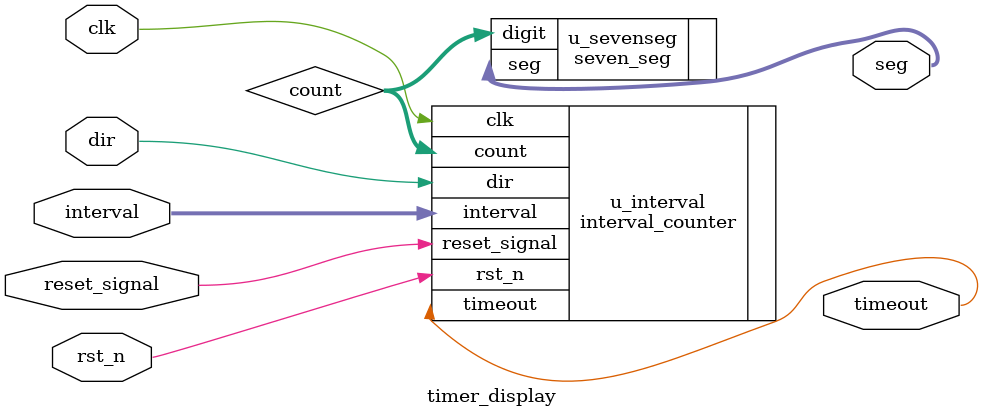
<source format=v>
`default_nettype none

module timer_display #(
    parameter integer CLOCK_FREQ = 50_000   // your master clock, Hz
)(
    input  wire       clk,           // master clock
    input  wire       rst_n,         // active‐low synchronous reset
    input  wire       reset_signal,  // active‐high timer‐reset for interval_counter
    input  wire [2:0] interval,      // how many seconds to count (0…7)
    input  wire       dir,           // 1 = count up, 0 = count down
    output wire [6:0] seg,           // 7‐segment segments {a,b,c,d,e,f,g}
    output wire       timeout        // 1‐cycle pulse on terminal count
);

  // Hook up our modified interval_counter (which now takes reset_signal)
  wire [2:0] count;
  interval_counter #(
    .CLOCK_FREQ(CLOCK_FREQ)
  ) u_interval (
    .clk          (clk),
    .rst_n        (rst_n),
    .reset_signal (reset_signal),
    .interval     (interval),
    .dir          (dir),
    .count        (count),
    .timeout      (timeout)
  );

  // Decode that 3‐bit count onto one 7‐segment display
  seven_seg u_sevenseg (
    .digit(count),
    .seg  (seg)
  );

endmodule

</source>
